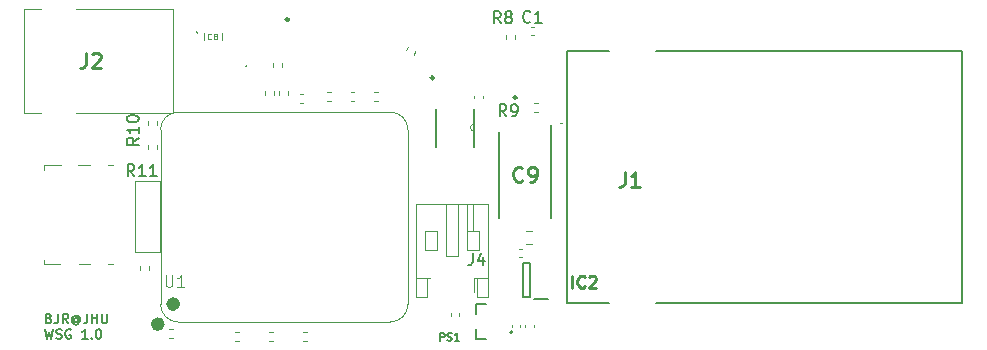
<source format=gbr>
%TF.GenerationSoftware,KiCad,Pcbnew,7.0.10*%
%TF.CreationDate,2024-12-22T23:47:13-08:00*%
%TF.ProjectId,wsg1.0,77736731-2e30-42e6-9b69-6361645f7063,rev?*%
%TF.SameCoordinates,Original*%
%TF.FileFunction,Legend,Top*%
%TF.FilePolarity,Positive*%
%FSLAX46Y46*%
G04 Gerber Fmt 4.6, Leading zero omitted, Abs format (unit mm)*
G04 Created by KiCad (PCBNEW 7.0.10) date 2024-12-22 23:47:13*
%MOMM*%
%LPD*%
G01*
G04 APERTURE LIST*
%ADD10C,0.152400*%
%ADD11C,0.150000*%
%ADD12C,0.250000*%
%ADD13C,0.125000*%
%ADD14C,0.254000*%
%ADD15C,0.100000*%
%ADD16C,0.120000*%
%ADD17C,0.127000*%
%ADD18C,0.200000*%
%ADD19C,0.581507*%
G04 APERTURE END LIST*
D10*
X1634720Y-26248243D02*
X1750834Y-26286948D01*
X1750834Y-26286948D02*
X1789539Y-26325652D01*
X1789539Y-26325652D02*
X1828243Y-26403062D01*
X1828243Y-26403062D02*
X1828243Y-26519176D01*
X1828243Y-26519176D02*
X1789539Y-26596586D01*
X1789539Y-26596586D02*
X1750834Y-26635291D01*
X1750834Y-26635291D02*
X1673424Y-26673995D01*
X1673424Y-26673995D02*
X1363786Y-26673995D01*
X1363786Y-26673995D02*
X1363786Y-25861195D01*
X1363786Y-25861195D02*
X1634720Y-25861195D01*
X1634720Y-25861195D02*
X1712129Y-25899900D01*
X1712129Y-25899900D02*
X1750834Y-25938605D01*
X1750834Y-25938605D02*
X1789539Y-26016014D01*
X1789539Y-26016014D02*
X1789539Y-26093424D01*
X1789539Y-26093424D02*
X1750834Y-26170833D01*
X1750834Y-26170833D02*
X1712129Y-26209538D01*
X1712129Y-26209538D02*
X1634720Y-26248243D01*
X1634720Y-26248243D02*
X1363786Y-26248243D01*
X2408815Y-25861195D02*
X2408815Y-26441767D01*
X2408815Y-26441767D02*
X2370110Y-26557881D01*
X2370110Y-26557881D02*
X2292701Y-26635291D01*
X2292701Y-26635291D02*
X2176586Y-26673995D01*
X2176586Y-26673995D02*
X2099177Y-26673995D01*
X3260319Y-26673995D02*
X2989386Y-26286948D01*
X2795862Y-26673995D02*
X2795862Y-25861195D01*
X2795862Y-25861195D02*
X3105500Y-25861195D01*
X3105500Y-25861195D02*
X3182910Y-25899900D01*
X3182910Y-25899900D02*
X3221615Y-25938605D01*
X3221615Y-25938605D02*
X3260319Y-26016014D01*
X3260319Y-26016014D02*
X3260319Y-26132129D01*
X3260319Y-26132129D02*
X3221615Y-26209538D01*
X3221615Y-26209538D02*
X3182910Y-26248243D01*
X3182910Y-26248243D02*
X3105500Y-26286948D01*
X3105500Y-26286948D02*
X2795862Y-26286948D01*
X4111824Y-26286948D02*
X4073119Y-26248243D01*
X4073119Y-26248243D02*
X3995710Y-26209538D01*
X3995710Y-26209538D02*
X3918300Y-26209538D01*
X3918300Y-26209538D02*
X3840891Y-26248243D01*
X3840891Y-26248243D02*
X3802186Y-26286948D01*
X3802186Y-26286948D02*
X3763481Y-26364357D01*
X3763481Y-26364357D02*
X3763481Y-26441767D01*
X3763481Y-26441767D02*
X3802186Y-26519176D01*
X3802186Y-26519176D02*
X3840891Y-26557881D01*
X3840891Y-26557881D02*
X3918300Y-26596586D01*
X3918300Y-26596586D02*
X3995710Y-26596586D01*
X3995710Y-26596586D02*
X4073119Y-26557881D01*
X4073119Y-26557881D02*
X4111824Y-26519176D01*
X4111824Y-26209538D02*
X4111824Y-26519176D01*
X4111824Y-26519176D02*
X4150529Y-26557881D01*
X4150529Y-26557881D02*
X4189234Y-26557881D01*
X4189234Y-26557881D02*
X4266643Y-26519176D01*
X4266643Y-26519176D02*
X4305348Y-26441767D01*
X4305348Y-26441767D02*
X4305348Y-26248243D01*
X4305348Y-26248243D02*
X4227939Y-26132129D01*
X4227939Y-26132129D02*
X4111824Y-26054719D01*
X4111824Y-26054719D02*
X3957005Y-26016014D01*
X3957005Y-26016014D02*
X3802186Y-26054719D01*
X3802186Y-26054719D02*
X3686072Y-26132129D01*
X3686072Y-26132129D02*
X3608662Y-26248243D01*
X3608662Y-26248243D02*
X3569958Y-26403062D01*
X3569958Y-26403062D02*
X3608662Y-26557881D01*
X3608662Y-26557881D02*
X3686072Y-26673995D01*
X3686072Y-26673995D02*
X3802186Y-26751405D01*
X3802186Y-26751405D02*
X3957005Y-26790110D01*
X3957005Y-26790110D02*
X4111824Y-26751405D01*
X4111824Y-26751405D02*
X4227939Y-26673995D01*
X4885920Y-25861195D02*
X4885920Y-26441767D01*
X4885920Y-26441767D02*
X4847215Y-26557881D01*
X4847215Y-26557881D02*
X4769806Y-26635291D01*
X4769806Y-26635291D02*
X4653691Y-26673995D01*
X4653691Y-26673995D02*
X4576282Y-26673995D01*
X5272967Y-26673995D02*
X5272967Y-25861195D01*
X5272967Y-26248243D02*
X5737424Y-26248243D01*
X5737424Y-26673995D02*
X5737424Y-25861195D01*
X6124472Y-25861195D02*
X6124472Y-26519176D01*
X6124472Y-26519176D02*
X6163177Y-26596586D01*
X6163177Y-26596586D02*
X6201882Y-26635291D01*
X6201882Y-26635291D02*
X6279291Y-26673995D01*
X6279291Y-26673995D02*
X6434110Y-26673995D01*
X6434110Y-26673995D02*
X6511520Y-26635291D01*
X6511520Y-26635291D02*
X6550225Y-26596586D01*
X6550225Y-26596586D02*
X6588929Y-26519176D01*
X6588929Y-26519176D02*
X6588929Y-25861195D01*
X1286377Y-27169803D02*
X1479901Y-27982603D01*
X1479901Y-27982603D02*
X1634720Y-27402032D01*
X1634720Y-27402032D02*
X1789539Y-27982603D01*
X1789539Y-27982603D02*
X1983063Y-27169803D01*
X2253996Y-27943899D02*
X2370110Y-27982603D01*
X2370110Y-27982603D02*
X2563634Y-27982603D01*
X2563634Y-27982603D02*
X2641043Y-27943899D01*
X2641043Y-27943899D02*
X2679748Y-27905194D01*
X2679748Y-27905194D02*
X2718453Y-27827784D01*
X2718453Y-27827784D02*
X2718453Y-27750375D01*
X2718453Y-27750375D02*
X2679748Y-27672965D01*
X2679748Y-27672965D02*
X2641043Y-27634260D01*
X2641043Y-27634260D02*
X2563634Y-27595556D01*
X2563634Y-27595556D02*
X2408815Y-27556851D01*
X2408815Y-27556851D02*
X2331405Y-27518146D01*
X2331405Y-27518146D02*
X2292700Y-27479441D01*
X2292700Y-27479441D02*
X2253996Y-27402032D01*
X2253996Y-27402032D02*
X2253996Y-27324622D01*
X2253996Y-27324622D02*
X2292700Y-27247213D01*
X2292700Y-27247213D02*
X2331405Y-27208508D01*
X2331405Y-27208508D02*
X2408815Y-27169803D01*
X2408815Y-27169803D02*
X2602338Y-27169803D01*
X2602338Y-27169803D02*
X2718453Y-27208508D01*
X3492548Y-27208508D02*
X3415138Y-27169803D01*
X3415138Y-27169803D02*
X3299024Y-27169803D01*
X3299024Y-27169803D02*
X3182910Y-27208508D01*
X3182910Y-27208508D02*
X3105500Y-27285918D01*
X3105500Y-27285918D02*
X3066795Y-27363327D01*
X3066795Y-27363327D02*
X3028091Y-27518146D01*
X3028091Y-27518146D02*
X3028091Y-27634260D01*
X3028091Y-27634260D02*
X3066795Y-27789079D01*
X3066795Y-27789079D02*
X3105500Y-27866489D01*
X3105500Y-27866489D02*
X3182910Y-27943899D01*
X3182910Y-27943899D02*
X3299024Y-27982603D01*
X3299024Y-27982603D02*
X3376433Y-27982603D01*
X3376433Y-27982603D02*
X3492548Y-27943899D01*
X3492548Y-27943899D02*
X3531252Y-27905194D01*
X3531252Y-27905194D02*
X3531252Y-27634260D01*
X3531252Y-27634260D02*
X3376433Y-27634260D01*
X4924624Y-27982603D02*
X4460167Y-27982603D01*
X4692395Y-27982603D02*
X4692395Y-27169803D01*
X4692395Y-27169803D02*
X4614986Y-27285918D01*
X4614986Y-27285918D02*
X4537576Y-27363327D01*
X4537576Y-27363327D02*
X4460167Y-27402032D01*
X5272966Y-27905194D02*
X5311671Y-27943899D01*
X5311671Y-27943899D02*
X5272966Y-27982603D01*
X5272966Y-27982603D02*
X5234262Y-27943899D01*
X5234262Y-27943899D02*
X5272966Y-27905194D01*
X5272966Y-27905194D02*
X5272966Y-27982603D01*
X5814833Y-27169803D02*
X5892243Y-27169803D01*
X5892243Y-27169803D02*
X5969652Y-27208508D01*
X5969652Y-27208508D02*
X6008357Y-27247213D01*
X6008357Y-27247213D02*
X6047062Y-27324622D01*
X6047062Y-27324622D02*
X6085767Y-27479441D01*
X6085767Y-27479441D02*
X6085767Y-27672965D01*
X6085767Y-27672965D02*
X6047062Y-27827784D01*
X6047062Y-27827784D02*
X6008357Y-27905194D01*
X6008357Y-27905194D02*
X5969652Y-27943899D01*
X5969652Y-27943899D02*
X5892243Y-27982603D01*
X5892243Y-27982603D02*
X5814833Y-27982603D01*
X5814833Y-27982603D02*
X5737424Y-27943899D01*
X5737424Y-27943899D02*
X5698719Y-27905194D01*
X5698719Y-27905194D02*
X5660014Y-27827784D01*
X5660014Y-27827784D02*
X5621310Y-27672965D01*
X5621310Y-27672965D02*
X5621310Y-27479441D01*
X5621310Y-27479441D02*
X5660014Y-27324622D01*
X5660014Y-27324622D02*
X5698719Y-27247213D01*
X5698719Y-27247213D02*
X5737424Y-27208508D01*
X5737424Y-27208508D02*
X5814833Y-27169803D01*
D11*
X40373333Y-9144819D02*
X40040000Y-8668628D01*
X39801905Y-9144819D02*
X39801905Y-8144819D01*
X39801905Y-8144819D02*
X40182857Y-8144819D01*
X40182857Y-8144819D02*
X40278095Y-8192438D01*
X40278095Y-8192438D02*
X40325714Y-8240057D01*
X40325714Y-8240057D02*
X40373333Y-8335295D01*
X40373333Y-8335295D02*
X40373333Y-8478152D01*
X40373333Y-8478152D02*
X40325714Y-8573390D01*
X40325714Y-8573390D02*
X40278095Y-8621009D01*
X40278095Y-8621009D02*
X40182857Y-8668628D01*
X40182857Y-8668628D02*
X39801905Y-8668628D01*
X40849524Y-9144819D02*
X41040000Y-9144819D01*
X41040000Y-9144819D02*
X41135238Y-9097200D01*
X41135238Y-9097200D02*
X41182857Y-9049580D01*
X41182857Y-9049580D02*
X41278095Y-8906723D01*
X41278095Y-8906723D02*
X41325714Y-8716247D01*
X41325714Y-8716247D02*
X41325714Y-8335295D01*
X41325714Y-8335295D02*
X41278095Y-8240057D01*
X41278095Y-8240057D02*
X41230476Y-8192438D01*
X41230476Y-8192438D02*
X41135238Y-8144819D01*
X41135238Y-8144819D02*
X40944762Y-8144819D01*
X40944762Y-8144819D02*
X40849524Y-8192438D01*
X40849524Y-8192438D02*
X40801905Y-8240057D01*
X40801905Y-8240057D02*
X40754286Y-8335295D01*
X40754286Y-8335295D02*
X40754286Y-8573390D01*
X40754286Y-8573390D02*
X40801905Y-8668628D01*
X40801905Y-8668628D02*
X40849524Y-8716247D01*
X40849524Y-8716247D02*
X40944762Y-8763866D01*
X40944762Y-8763866D02*
X41135238Y-8763866D01*
X41135238Y-8763866D02*
X41230476Y-8716247D01*
X41230476Y-8716247D02*
X41278095Y-8668628D01*
X41278095Y-8668628D02*
X41325714Y-8573390D01*
X42413333Y-1129580D02*
X42365714Y-1177200D01*
X42365714Y-1177200D02*
X42222857Y-1224819D01*
X42222857Y-1224819D02*
X42127619Y-1224819D01*
X42127619Y-1224819D02*
X41984762Y-1177200D01*
X41984762Y-1177200D02*
X41889524Y-1081961D01*
X41889524Y-1081961D02*
X41841905Y-986723D01*
X41841905Y-986723D02*
X41794286Y-796247D01*
X41794286Y-796247D02*
X41794286Y-653390D01*
X41794286Y-653390D02*
X41841905Y-462914D01*
X41841905Y-462914D02*
X41889524Y-367676D01*
X41889524Y-367676D02*
X41984762Y-272438D01*
X41984762Y-272438D02*
X42127619Y-224819D01*
X42127619Y-224819D02*
X42222857Y-224819D01*
X42222857Y-224819D02*
X42365714Y-272438D01*
X42365714Y-272438D02*
X42413333Y-320057D01*
X43365714Y-1224819D02*
X42794286Y-1224819D01*
X43080000Y-1224819D02*
X43080000Y-224819D01*
X43080000Y-224819D02*
X42984762Y-367676D01*
X42984762Y-367676D02*
X42889524Y-462914D01*
X42889524Y-462914D02*
X42794286Y-510533D01*
X34772856Y-28148276D02*
X34772856Y-27508276D01*
X34772856Y-27508276D02*
X35016666Y-27508276D01*
X35016666Y-27508276D02*
X35077618Y-27538752D01*
X35077618Y-27538752D02*
X35108095Y-27569228D01*
X35108095Y-27569228D02*
X35138571Y-27630180D01*
X35138571Y-27630180D02*
X35138571Y-27721609D01*
X35138571Y-27721609D02*
X35108095Y-27782561D01*
X35108095Y-27782561D02*
X35077618Y-27813038D01*
X35077618Y-27813038D02*
X35016666Y-27843514D01*
X35016666Y-27843514D02*
X34772856Y-27843514D01*
X35382380Y-28117800D02*
X35473809Y-28148276D01*
X35473809Y-28148276D02*
X35626190Y-28148276D01*
X35626190Y-28148276D02*
X35687142Y-28117800D01*
X35687142Y-28117800D02*
X35717618Y-28087323D01*
X35717618Y-28087323D02*
X35748095Y-28026371D01*
X35748095Y-28026371D02*
X35748095Y-27965419D01*
X35748095Y-27965419D02*
X35717618Y-27904466D01*
X35717618Y-27904466D02*
X35687142Y-27873990D01*
X35687142Y-27873990D02*
X35626190Y-27843514D01*
X35626190Y-27843514D02*
X35504285Y-27813038D01*
X35504285Y-27813038D02*
X35443333Y-27782561D01*
X35443333Y-27782561D02*
X35412856Y-27752085D01*
X35412856Y-27752085D02*
X35382380Y-27691133D01*
X35382380Y-27691133D02*
X35382380Y-27630180D01*
X35382380Y-27630180D02*
X35412856Y-27569228D01*
X35412856Y-27569228D02*
X35443333Y-27538752D01*
X35443333Y-27538752D02*
X35504285Y-27508276D01*
X35504285Y-27508276D02*
X35656666Y-27508276D01*
X35656666Y-27508276D02*
X35748095Y-27538752D01*
X36357619Y-28148276D02*
X35991904Y-28148276D01*
X36174761Y-28148276D02*
X36174761Y-27508276D01*
X36174761Y-27508276D02*
X36113809Y-27599704D01*
X36113809Y-27599704D02*
X36052857Y-27660657D01*
X36052857Y-27660657D02*
X35991904Y-27691133D01*
D12*
X45963810Y-23649619D02*
X45963810Y-22649619D01*
X47011428Y-23554380D02*
X46963809Y-23602000D01*
X46963809Y-23602000D02*
X46820952Y-23649619D01*
X46820952Y-23649619D02*
X46725714Y-23649619D01*
X46725714Y-23649619D02*
X46582857Y-23602000D01*
X46582857Y-23602000D02*
X46487619Y-23506761D01*
X46487619Y-23506761D02*
X46440000Y-23411523D01*
X46440000Y-23411523D02*
X46392381Y-23221047D01*
X46392381Y-23221047D02*
X46392381Y-23078190D01*
X46392381Y-23078190D02*
X46440000Y-22887714D01*
X46440000Y-22887714D02*
X46487619Y-22792476D01*
X46487619Y-22792476D02*
X46582857Y-22697238D01*
X46582857Y-22697238D02*
X46725714Y-22649619D01*
X46725714Y-22649619D02*
X46820952Y-22649619D01*
X46820952Y-22649619D02*
X46963809Y-22697238D01*
X46963809Y-22697238D02*
X47011428Y-22744857D01*
X47392381Y-22744857D02*
X47440000Y-22697238D01*
X47440000Y-22697238D02*
X47535238Y-22649619D01*
X47535238Y-22649619D02*
X47773333Y-22649619D01*
X47773333Y-22649619D02*
X47868571Y-22697238D01*
X47868571Y-22697238D02*
X47916190Y-22744857D01*
X47916190Y-22744857D02*
X47963809Y-22840095D01*
X47963809Y-22840095D02*
X47963809Y-22935333D01*
X47963809Y-22935333D02*
X47916190Y-23078190D01*
X47916190Y-23078190D02*
X47344762Y-23649619D01*
X47344762Y-23649619D02*
X47963809Y-23649619D01*
D13*
X15406666Y-2597190D02*
X15382857Y-2621000D01*
X15382857Y-2621000D02*
X15311428Y-2644809D01*
X15311428Y-2644809D02*
X15263809Y-2644809D01*
X15263809Y-2644809D02*
X15192381Y-2621000D01*
X15192381Y-2621000D02*
X15144762Y-2573380D01*
X15144762Y-2573380D02*
X15120952Y-2525761D01*
X15120952Y-2525761D02*
X15097143Y-2430523D01*
X15097143Y-2430523D02*
X15097143Y-2359095D01*
X15097143Y-2359095D02*
X15120952Y-2263857D01*
X15120952Y-2263857D02*
X15144762Y-2216238D01*
X15144762Y-2216238D02*
X15192381Y-2168619D01*
X15192381Y-2168619D02*
X15263809Y-2144809D01*
X15263809Y-2144809D02*
X15311428Y-2144809D01*
X15311428Y-2144809D02*
X15382857Y-2168619D01*
X15382857Y-2168619D02*
X15406666Y-2192428D01*
X15692381Y-2359095D02*
X15644762Y-2335285D01*
X15644762Y-2335285D02*
X15620952Y-2311476D01*
X15620952Y-2311476D02*
X15597143Y-2263857D01*
X15597143Y-2263857D02*
X15597143Y-2240047D01*
X15597143Y-2240047D02*
X15620952Y-2192428D01*
X15620952Y-2192428D02*
X15644762Y-2168619D01*
X15644762Y-2168619D02*
X15692381Y-2144809D01*
X15692381Y-2144809D02*
X15787619Y-2144809D01*
X15787619Y-2144809D02*
X15835238Y-2168619D01*
X15835238Y-2168619D02*
X15859047Y-2192428D01*
X15859047Y-2192428D02*
X15882857Y-2240047D01*
X15882857Y-2240047D02*
X15882857Y-2263857D01*
X15882857Y-2263857D02*
X15859047Y-2311476D01*
X15859047Y-2311476D02*
X15835238Y-2335285D01*
X15835238Y-2335285D02*
X15787619Y-2359095D01*
X15787619Y-2359095D02*
X15692381Y-2359095D01*
X15692381Y-2359095D02*
X15644762Y-2382904D01*
X15644762Y-2382904D02*
X15620952Y-2406714D01*
X15620952Y-2406714D02*
X15597143Y-2454333D01*
X15597143Y-2454333D02*
X15597143Y-2549571D01*
X15597143Y-2549571D02*
X15620952Y-2597190D01*
X15620952Y-2597190D02*
X15644762Y-2621000D01*
X15644762Y-2621000D02*
X15692381Y-2644809D01*
X15692381Y-2644809D02*
X15787619Y-2644809D01*
X15787619Y-2644809D02*
X15835238Y-2621000D01*
X15835238Y-2621000D02*
X15859047Y-2597190D01*
X15859047Y-2597190D02*
X15882857Y-2549571D01*
X15882857Y-2549571D02*
X15882857Y-2454333D01*
X15882857Y-2454333D02*
X15859047Y-2406714D01*
X15859047Y-2406714D02*
X15835238Y-2382904D01*
X15835238Y-2382904D02*
X15787619Y-2359095D01*
D14*
X50386667Y-13864318D02*
X50386667Y-14771461D01*
X50386667Y-14771461D02*
X50326190Y-14952889D01*
X50326190Y-14952889D02*
X50205238Y-15073842D01*
X50205238Y-15073842D02*
X50023809Y-15134318D01*
X50023809Y-15134318D02*
X49902857Y-15134318D01*
X51656667Y-15134318D02*
X50930952Y-15134318D01*
X51293809Y-15134318D02*
X51293809Y-13864318D01*
X51293809Y-13864318D02*
X51172857Y-14045746D01*
X51172857Y-14045746D02*
X51051905Y-14166699D01*
X51051905Y-14166699D02*
X50930952Y-14227175D01*
X41738333Y-14573365D02*
X41677857Y-14633842D01*
X41677857Y-14633842D02*
X41496428Y-14694318D01*
X41496428Y-14694318D02*
X41375476Y-14694318D01*
X41375476Y-14694318D02*
X41194047Y-14633842D01*
X41194047Y-14633842D02*
X41073095Y-14512889D01*
X41073095Y-14512889D02*
X41012618Y-14391937D01*
X41012618Y-14391937D02*
X40952142Y-14150032D01*
X40952142Y-14150032D02*
X40952142Y-13968603D01*
X40952142Y-13968603D02*
X41012618Y-13726699D01*
X41012618Y-13726699D02*
X41073095Y-13605746D01*
X41073095Y-13605746D02*
X41194047Y-13484794D01*
X41194047Y-13484794D02*
X41375476Y-13424318D01*
X41375476Y-13424318D02*
X41496428Y-13424318D01*
X41496428Y-13424318D02*
X41677857Y-13484794D01*
X41677857Y-13484794D02*
X41738333Y-13545270D01*
X42343095Y-14694318D02*
X42584999Y-14694318D01*
X42584999Y-14694318D02*
X42705952Y-14633842D01*
X42705952Y-14633842D02*
X42766428Y-14573365D01*
X42766428Y-14573365D02*
X42887380Y-14391937D01*
X42887380Y-14391937D02*
X42947857Y-14150032D01*
X42947857Y-14150032D02*
X42947857Y-13666222D01*
X42947857Y-13666222D02*
X42887380Y-13545270D01*
X42887380Y-13545270D02*
X42826904Y-13484794D01*
X42826904Y-13484794D02*
X42705952Y-13424318D01*
X42705952Y-13424318D02*
X42464047Y-13424318D01*
X42464047Y-13424318D02*
X42343095Y-13484794D01*
X42343095Y-13484794D02*
X42282618Y-13545270D01*
X42282618Y-13545270D02*
X42222142Y-13666222D01*
X42222142Y-13666222D02*
X42222142Y-13968603D01*
X42222142Y-13968603D02*
X42282618Y-14089556D01*
X42282618Y-14089556D02*
X42343095Y-14150032D01*
X42343095Y-14150032D02*
X42464047Y-14210508D01*
X42464047Y-14210508D02*
X42705952Y-14210508D01*
X42705952Y-14210508D02*
X42826904Y-14150032D01*
X42826904Y-14150032D02*
X42887380Y-14089556D01*
X42887380Y-14089556D02*
X42947857Y-13968603D01*
D11*
X9244819Y-10972857D02*
X8768628Y-11306190D01*
X9244819Y-11544285D02*
X8244819Y-11544285D01*
X8244819Y-11544285D02*
X8244819Y-11163333D01*
X8244819Y-11163333D02*
X8292438Y-11068095D01*
X8292438Y-11068095D02*
X8340057Y-11020476D01*
X8340057Y-11020476D02*
X8435295Y-10972857D01*
X8435295Y-10972857D02*
X8578152Y-10972857D01*
X8578152Y-10972857D02*
X8673390Y-11020476D01*
X8673390Y-11020476D02*
X8721009Y-11068095D01*
X8721009Y-11068095D02*
X8768628Y-11163333D01*
X8768628Y-11163333D02*
X8768628Y-11544285D01*
X9244819Y-10020476D02*
X9244819Y-10591904D01*
X9244819Y-10306190D02*
X8244819Y-10306190D01*
X8244819Y-10306190D02*
X8387676Y-10401428D01*
X8387676Y-10401428D02*
X8482914Y-10496666D01*
X8482914Y-10496666D02*
X8530533Y-10591904D01*
X8244819Y-9401428D02*
X8244819Y-9306190D01*
X8244819Y-9306190D02*
X8292438Y-9210952D01*
X8292438Y-9210952D02*
X8340057Y-9163333D01*
X8340057Y-9163333D02*
X8435295Y-9115714D01*
X8435295Y-9115714D02*
X8625771Y-9068095D01*
X8625771Y-9068095D02*
X8863866Y-9068095D01*
X8863866Y-9068095D02*
X9054342Y-9115714D01*
X9054342Y-9115714D02*
X9149580Y-9163333D01*
X9149580Y-9163333D02*
X9197200Y-9210952D01*
X9197200Y-9210952D02*
X9244819Y-9306190D01*
X9244819Y-9306190D02*
X9244819Y-9401428D01*
X9244819Y-9401428D02*
X9197200Y-9496666D01*
X9197200Y-9496666D02*
X9149580Y-9544285D01*
X9149580Y-9544285D02*
X9054342Y-9591904D01*
X9054342Y-9591904D02*
X8863866Y-9639523D01*
X8863866Y-9639523D02*
X8625771Y-9639523D01*
X8625771Y-9639523D02*
X8435295Y-9591904D01*
X8435295Y-9591904D02*
X8340057Y-9544285D01*
X8340057Y-9544285D02*
X8292438Y-9496666D01*
X8292438Y-9496666D02*
X8244819Y-9401428D01*
X8867142Y-14214819D02*
X8533809Y-13738628D01*
X8295714Y-14214819D02*
X8295714Y-13214819D01*
X8295714Y-13214819D02*
X8676666Y-13214819D01*
X8676666Y-13214819D02*
X8771904Y-13262438D01*
X8771904Y-13262438D02*
X8819523Y-13310057D01*
X8819523Y-13310057D02*
X8867142Y-13405295D01*
X8867142Y-13405295D02*
X8867142Y-13548152D01*
X8867142Y-13548152D02*
X8819523Y-13643390D01*
X8819523Y-13643390D02*
X8771904Y-13691009D01*
X8771904Y-13691009D02*
X8676666Y-13738628D01*
X8676666Y-13738628D02*
X8295714Y-13738628D01*
X9819523Y-14214819D02*
X9248095Y-14214819D01*
X9533809Y-14214819D02*
X9533809Y-13214819D01*
X9533809Y-13214819D02*
X9438571Y-13357676D01*
X9438571Y-13357676D02*
X9343333Y-13452914D01*
X9343333Y-13452914D02*
X9248095Y-13500533D01*
X10771904Y-14214819D02*
X10200476Y-14214819D01*
X10486190Y-14214819D02*
X10486190Y-13214819D01*
X10486190Y-13214819D02*
X10390952Y-13357676D01*
X10390952Y-13357676D02*
X10295714Y-13452914D01*
X10295714Y-13452914D02*
X10200476Y-13500533D01*
X37526666Y-20744819D02*
X37526666Y-21459104D01*
X37526666Y-21459104D02*
X37479047Y-21601961D01*
X37479047Y-21601961D02*
X37383809Y-21697200D01*
X37383809Y-21697200D02*
X37240952Y-21744819D01*
X37240952Y-21744819D02*
X37145714Y-21744819D01*
X38431428Y-21078152D02*
X38431428Y-21744819D01*
X38193333Y-20697200D02*
X37955238Y-21411485D01*
X37955238Y-21411485D02*
X38574285Y-21411485D01*
D15*
X11528095Y-22587419D02*
X11528095Y-23396942D01*
X11528095Y-23396942D02*
X11575714Y-23492180D01*
X11575714Y-23492180D02*
X11623333Y-23539800D01*
X11623333Y-23539800D02*
X11718571Y-23587419D01*
X11718571Y-23587419D02*
X11909047Y-23587419D01*
X11909047Y-23587419D02*
X12004285Y-23539800D01*
X12004285Y-23539800D02*
X12051904Y-23492180D01*
X12051904Y-23492180D02*
X12099523Y-23396942D01*
X12099523Y-23396942D02*
X12099523Y-22587419D01*
X13099523Y-23587419D02*
X12528095Y-23587419D01*
X12813809Y-23587419D02*
X12813809Y-22587419D01*
X12813809Y-22587419D02*
X12718571Y-22730276D01*
X12718571Y-22730276D02*
X12623333Y-22825514D01*
X12623333Y-22825514D02*
X12528095Y-22873133D01*
D14*
X4766667Y-3774318D02*
X4766667Y-4681461D01*
X4766667Y-4681461D02*
X4706190Y-4862889D01*
X4706190Y-4862889D02*
X4585238Y-4983842D01*
X4585238Y-4983842D02*
X4403809Y-5044318D01*
X4403809Y-5044318D02*
X4282857Y-5044318D01*
X5310952Y-3895270D02*
X5371428Y-3834794D01*
X5371428Y-3834794D02*
X5492381Y-3774318D01*
X5492381Y-3774318D02*
X5794762Y-3774318D01*
X5794762Y-3774318D02*
X5915714Y-3834794D01*
X5915714Y-3834794D02*
X5976190Y-3895270D01*
X5976190Y-3895270D02*
X6036667Y-4016222D01*
X6036667Y-4016222D02*
X6036667Y-4137175D01*
X6036667Y-4137175D02*
X5976190Y-4318603D01*
X5976190Y-4318603D02*
X5250476Y-5044318D01*
X5250476Y-5044318D02*
X6036667Y-5044318D01*
D11*
X39893333Y-1274819D02*
X39560000Y-798628D01*
X39321905Y-1274819D02*
X39321905Y-274819D01*
X39321905Y-274819D02*
X39702857Y-274819D01*
X39702857Y-274819D02*
X39798095Y-322438D01*
X39798095Y-322438D02*
X39845714Y-370057D01*
X39845714Y-370057D02*
X39893333Y-465295D01*
X39893333Y-465295D02*
X39893333Y-608152D01*
X39893333Y-608152D02*
X39845714Y-703390D01*
X39845714Y-703390D02*
X39798095Y-751009D01*
X39798095Y-751009D02*
X39702857Y-798628D01*
X39702857Y-798628D02*
X39321905Y-798628D01*
X40464762Y-703390D02*
X40369524Y-655771D01*
X40369524Y-655771D02*
X40321905Y-608152D01*
X40321905Y-608152D02*
X40274286Y-512914D01*
X40274286Y-512914D02*
X40274286Y-465295D01*
X40274286Y-465295D02*
X40321905Y-370057D01*
X40321905Y-370057D02*
X40369524Y-322438D01*
X40369524Y-322438D02*
X40464762Y-274819D01*
X40464762Y-274819D02*
X40655238Y-274819D01*
X40655238Y-274819D02*
X40750476Y-322438D01*
X40750476Y-322438D02*
X40798095Y-370057D01*
X40798095Y-370057D02*
X40845714Y-465295D01*
X40845714Y-465295D02*
X40845714Y-512914D01*
X40845714Y-512914D02*
X40798095Y-608152D01*
X40798095Y-608152D02*
X40750476Y-655771D01*
X40750476Y-655771D02*
X40655238Y-703390D01*
X40655238Y-703390D02*
X40464762Y-703390D01*
X40464762Y-703390D02*
X40369524Y-751009D01*
X40369524Y-751009D02*
X40321905Y-798628D01*
X40321905Y-798628D02*
X40274286Y-893866D01*
X40274286Y-893866D02*
X40274286Y-1084342D01*
X40274286Y-1084342D02*
X40321905Y-1179580D01*
X40321905Y-1179580D02*
X40369524Y-1227200D01*
X40369524Y-1227200D02*
X40464762Y-1274819D01*
X40464762Y-1274819D02*
X40655238Y-1274819D01*
X40655238Y-1274819D02*
X40750476Y-1227200D01*
X40750476Y-1227200D02*
X40798095Y-1179580D01*
X40798095Y-1179580D02*
X40845714Y-1084342D01*
X40845714Y-1084342D02*
X40845714Y-893866D01*
X40845714Y-893866D02*
X40798095Y-798628D01*
X40798095Y-798628D02*
X40750476Y-751009D01*
X40750476Y-751009D02*
X40655238Y-703390D01*
D16*
%TO.C,R17*%
X21860000Y-7016359D02*
X21860000Y-7323641D01*
X21100000Y-7016359D02*
X21100000Y-7323641D01*
%TO.C,R18*%
X23173641Y-8020000D02*
X22866359Y-8020000D01*
X23173641Y-7260000D02*
X22866359Y-7260000D01*
%TO.C,R19*%
X20700000Y-7036359D02*
X20700000Y-7343641D01*
X19940000Y-7036359D02*
X19940000Y-7343641D01*
%TO.C,R16*%
X21370000Y-4636359D02*
X21370000Y-4943641D01*
X20610000Y-4636359D02*
X20610000Y-4943641D01*
%TO.C,R14*%
X32675910Y-3656943D02*
X32522269Y-3923057D01*
X32017731Y-3276943D02*
X31864090Y-3543057D01*
%TO.C,R9*%
X42726359Y-8030000D02*
X43033641Y-8030000D01*
X42726359Y-8790000D02*
X43033641Y-8790000D01*
%TO.C,R7*%
X23463641Y-28170000D02*
X23156359Y-28170000D01*
X23463641Y-27410000D02*
X23156359Y-27410000D01*
%TO.C,R5*%
X17733641Y-28170000D02*
X17426359Y-28170000D01*
X17733641Y-27410000D02*
X17426359Y-27410000D01*
%TO.C,R4*%
X11836359Y-27170000D02*
X12143641Y-27170000D01*
X11836359Y-27930000D02*
X12143641Y-27930000D01*
%TO.C,R3*%
X25186359Y-7880000D02*
X25493641Y-7880000D01*
X25186359Y-7120000D02*
X25493641Y-7120000D01*
%TO.C,R2*%
X29503641Y-7880000D02*
X29196359Y-7880000D01*
X29503641Y-7120000D02*
X29196359Y-7120000D01*
%TO.C,R1*%
X27176359Y-7110000D02*
X27483641Y-7110000D01*
X27176359Y-7870000D02*
X27483641Y-7870000D01*
%TO.C,C2*%
X41442164Y-21090000D02*
X41657836Y-21090000D01*
X41442164Y-20370000D02*
X41657836Y-20370000D01*
%TO.C,C1*%
X42472164Y-2290000D02*
X42687836Y-2290000D01*
X42472164Y-1570000D02*
X42687836Y-1570000D01*
D17*
%TO.C,PS1*%
X38655000Y-27980000D02*
X37800000Y-27980000D01*
X37800000Y-27980000D02*
X37800000Y-27155000D01*
X37800000Y-25080000D02*
X38655000Y-25080000D01*
X37800000Y-25080000D02*
X37800000Y-25905000D01*
D18*
X40890000Y-27445000D02*
G75*
G03*
X40690000Y-27445000I-100000J0D01*
G01*
X40690000Y-27445000D02*
G75*
G03*
X40890000Y-27445000I100000J0D01*
G01*
D16*
%TO.C,J3*%
X1230000Y-21690000D02*
X2580000Y-21690000D01*
X4180000Y-21690000D02*
X5080000Y-21690000D01*
X6680000Y-21690000D02*
X7080000Y-21690000D01*
X1230000Y-21290000D02*
X1230000Y-21690000D01*
X1230000Y-13290000D02*
X1230000Y-13690000D01*
X2630000Y-13290000D02*
X1230000Y-13290000D01*
X5080000Y-13290000D02*
X4130000Y-13290000D01*
X7080000Y-13290000D02*
X6680000Y-13290000D01*
%TO.C,C6*%
X38370000Y-7402164D02*
X38370000Y-7617836D01*
X37650000Y-7402164D02*
X37650000Y-7617836D01*
%TO.C,C5*%
X42690000Y-26782164D02*
X42690000Y-26997836D01*
X41970000Y-26782164D02*
X41970000Y-26997836D01*
D18*
%TO.C,IC2*%
X43895000Y-24630000D02*
X42745000Y-24630000D01*
X42395000Y-24480000D02*
X41745000Y-24480000D01*
X42395000Y-21580000D02*
X42395000Y-24480000D01*
X41745000Y-24480000D02*
X41745000Y-21580000D01*
X41745000Y-21580000D02*
X42395000Y-21580000D01*
D16*
%TO.C,R13*%
X10100000Y-21846359D02*
X10100000Y-22153641D01*
X9340000Y-21846359D02*
X9340000Y-22153641D01*
%TO.C,C8*%
X14785000Y-2651252D02*
X14785000Y-2128748D01*
X16255000Y-2651252D02*
X16255000Y-2128748D01*
D10*
%TO.C,U2*%
X34439800Y-8519800D02*
X34439800Y-11720200D01*
X37640200Y-9815200D02*
X37640200Y-8519800D01*
X37640200Y-10424800D02*
X37640200Y-9815200D01*
X37640200Y-11720200D02*
X37640200Y-10424800D01*
D15*
X37640200Y-9815200D02*
G75*
G03*
X37640200Y-10424800I0J-304800D01*
G01*
D18*
%TO.C,J1*%
X78953000Y-24979000D02*
X53073000Y-24979000D01*
X78953000Y-3639000D02*
X78953000Y-24979000D01*
X53073000Y-3639000D02*
X78953000Y-3639000D01*
X49073000Y-3639000D02*
X45493000Y-3639000D01*
X45493000Y-24979000D02*
X49073000Y-24979000D01*
X45493000Y-3639000D02*
X45493000Y-24979000D01*
D15*
X45050000Y-9750000D02*
X45050000Y-9750000D01*
X44950000Y-9750000D02*
X44950000Y-9750000D01*
X44950000Y-9750000D02*
G75*
G03*
X45050000Y-9750000I50000J0D01*
G01*
X45050000Y-9750000D02*
G75*
G03*
X44950000Y-9750000I-50000J0D01*
G01*
D12*
%TO.C,IC3*%
X41245000Y-7570000D02*
G75*
G03*
X40995000Y-7570000I-125000J0D01*
G01*
X40995000Y-7570000D02*
G75*
G03*
X41245000Y-7570000I125000J0D01*
G01*
D18*
%TO.C,C9*%
X39775000Y-10470000D02*
X39775000Y-17770000D01*
X44125000Y-17770000D02*
X44125000Y-9870000D01*
D16*
%TO.C,R12*%
X20603641Y-28170000D02*
X20296359Y-28170000D01*
X20603641Y-27410000D02*
X20296359Y-27410000D01*
D12*
%TO.C,IC4*%
X21950000Y-955000D02*
G75*
G03*
X21700000Y-955000I-125000J0D01*
G01*
X21700000Y-955000D02*
G75*
G03*
X21950000Y-955000I125000J0D01*
G01*
D16*
%TO.C,R6*%
X42025276Y-19942500D02*
X42534724Y-19942500D01*
X42025276Y-18897500D02*
X42534724Y-18897500D01*
%TO.C,R10*%
X10810000Y-9536359D02*
X10810000Y-9843641D01*
X10050000Y-9536359D02*
X10050000Y-9843641D01*
%TO.C,R11*%
X10050000Y-11616359D02*
X10050000Y-11923641D01*
X10810000Y-11616359D02*
X10810000Y-11923641D01*
%TO.C,C4*%
X41550000Y-26792164D02*
X41550000Y-27007836D01*
X40830000Y-26792164D02*
X40830000Y-27007836D01*
D15*
%TO.C,PS2*%
X18310000Y-4820000D02*
X18310000Y-4820000D01*
X18310000Y-4920000D02*
X18310000Y-4920000D01*
X18310000Y-4920000D02*
G75*
G03*
X18310000Y-4820000I0J50000D01*
G01*
X18310000Y-4820000D02*
G75*
G03*
X18310000Y-4920000I0J-50000D01*
G01*
D12*
%TO.C,IC1*%
X34225000Y-5890000D02*
G75*
G03*
X33975000Y-5890000I-125000J0D01*
G01*
X33975000Y-5890000D02*
G75*
G03*
X34225000Y-5890000I125000J0D01*
G01*
D16*
%TO.C,C3*%
X35660000Y-26057836D02*
X35660000Y-25842164D01*
X36380000Y-26057836D02*
X36380000Y-25842164D01*
%TO.C,J4*%
X38830000Y-24410000D02*
X38830000Y-16590000D01*
X38830000Y-22810000D02*
X37910000Y-22810000D01*
X38830000Y-16590000D02*
X32710000Y-16590000D01*
X38070000Y-20450000D02*
X38070000Y-18850000D01*
X38070000Y-18850000D02*
X37070000Y-18850000D01*
X37910000Y-24410000D02*
X38830000Y-24410000D01*
X37910000Y-22810000D02*
X37910000Y-24410000D01*
X37630000Y-22810000D02*
X37910000Y-22810000D01*
X37630000Y-22810000D02*
X37630000Y-24025000D01*
X37570000Y-18850000D02*
X37570000Y-16590000D01*
X37070000Y-20450000D02*
X38070000Y-20450000D01*
X37070000Y-18850000D02*
X37070000Y-20450000D01*
X37070000Y-18850000D02*
X37070000Y-16590000D01*
X36270000Y-20950000D02*
X35270000Y-20950000D01*
X36270000Y-16590000D02*
X36270000Y-20950000D01*
X35270000Y-20950000D02*
X35270000Y-16590000D01*
X34470000Y-20450000D02*
X33470000Y-20450000D01*
X34470000Y-18850000D02*
X34470000Y-20450000D01*
X33630000Y-24410000D02*
X33630000Y-22810000D01*
X33630000Y-22810000D02*
X33910000Y-22810000D01*
X33470000Y-20450000D02*
X33470000Y-18850000D01*
X33470000Y-18850000D02*
X34470000Y-18850000D01*
X32710000Y-24410000D02*
X33630000Y-24410000D01*
X32710000Y-22810000D02*
X33630000Y-22810000D01*
X32710000Y-16590000D02*
X32710000Y-24410000D01*
D15*
%TO.C,U1*%
X30548000Y-26565000D02*
X12593000Y-26565000D01*
X11093000Y-25065000D02*
X11093000Y-10285000D01*
X32048000Y-10285000D02*
X32048000Y-25065000D01*
X12593000Y-8785000D02*
X30548000Y-8785000D01*
X8918500Y-20648400D02*
X11078500Y-20648400D01*
X11078500Y-20648400D02*
X11078500Y-14618400D01*
X11078500Y-14618400D02*
X8918500Y-14618400D01*
X8918500Y-14618400D02*
X8918500Y-20648400D01*
X11093000Y-25065000D02*
G75*
G03*
X12593000Y-26565000I1500001J1D01*
G01*
X30548000Y-26565000D02*
G75*
G03*
X32048000Y-25065000I-1J1500001D01*
G01*
X12593000Y-8785000D02*
G75*
G03*
X11093000Y-10285000I0J-1500000D01*
G01*
X32048000Y-10285000D02*
G75*
G03*
X30548000Y-8785000I-1500000J0D01*
G01*
D19*
X11149253Y-26748400D02*
G75*
G03*
X10567747Y-26748400I-290753J0D01*
G01*
X10567747Y-26748400D02*
G75*
G03*
X11149253Y-26748400I290753J0D01*
G01*
X12449253Y-25048400D02*
G75*
G03*
X11867747Y-25048400I-290753J0D01*
G01*
X11867747Y-25048400D02*
G75*
G03*
X12449253Y-25048400I290753J0D01*
G01*
D15*
%TO.C,J2*%
X-460000Y-70000D02*
X-460000Y-8870000D01*
X-460000Y-8870000D02*
X940000Y-8870000D01*
X940000Y-70000D02*
X-460000Y-70000D01*
X3940000Y-70000D02*
X12140000Y-70000D01*
X12140000Y-70000D02*
X12140000Y-8870000D01*
X12140000Y-8870000D02*
X3940000Y-8870000D01*
X14140000Y-1970000D02*
X14140000Y-1970000D01*
X14140000Y-2070000D02*
X14140000Y-2070000D01*
X14140000Y-2070000D02*
G75*
G03*
X14140000Y-1970000I0J50000D01*
G01*
X14140000Y-1970000D02*
G75*
G03*
X14140000Y-2070000I0J-50000D01*
G01*
D16*
%TO.C,R8*%
X40340000Y-2593641D02*
X40340000Y-2286359D01*
X41100000Y-2593641D02*
X41100000Y-2286359D01*
%TD*%
M02*

</source>
